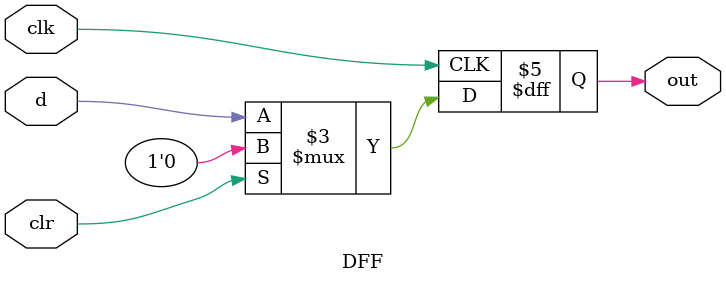
<source format=v>
module DFF(
    d,
    clk,
    clr,
    out
);

    input d, clk, clr;
    output reg out;

    always @(posedge clk)
    begin
        if (clr)
            out <= 1'b0;
        else
            out <= d;
    end

endmodule
</source>
